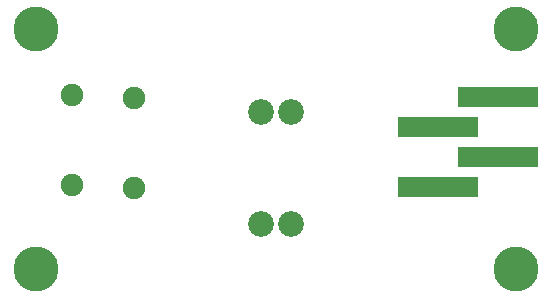
<source format=gts>
G04 (created by PCBNEW (2013-feb-26)-testing) date Fri 08 Mar 2013 03:50:30 PM PST*
%MOIN*%
G04 Gerber Fmt 3.4, Leading zero omitted, Abs format*
%FSLAX34Y34*%
G01*
G70*
G90*
G04 APERTURE LIST*
%ADD10C,2.3622e-06*%
%ADD11C,0.15*%
%ADD12R,0.27X0.07*%
%ADD13C,0.086*%
%ADD14C,0.075*%
G04 APERTURE END LIST*
G54D10*
G54D11*
X31000Y-21000D03*
X31000Y-29000D03*
X47000Y-29000D03*
X47000Y-21000D03*
G54D12*
X44402Y-26250D03*
X46398Y-25250D03*
X44402Y-24250D03*
X46398Y-23250D03*
G54D13*
X39500Y-23750D03*
X38500Y-23750D03*
G54D14*
X32200Y-26180D03*
X32200Y-23180D03*
X34270Y-26280D03*
X34270Y-23280D03*
G54D13*
X39500Y-27500D03*
X38500Y-27500D03*
M02*

</source>
